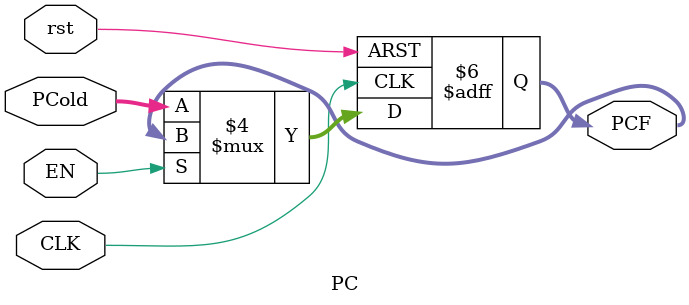
<source format=v>
module PC (
input CLK , EN , rst,
input [31:0] PCold,
output reg [31:0] PCF
);

always @( posedge CLK or negedge rst )
begin
if ( !rst )
PCF <= 32'b0;
else if ( !EN )
PCF <= PCold;
end

endmodule

</source>
